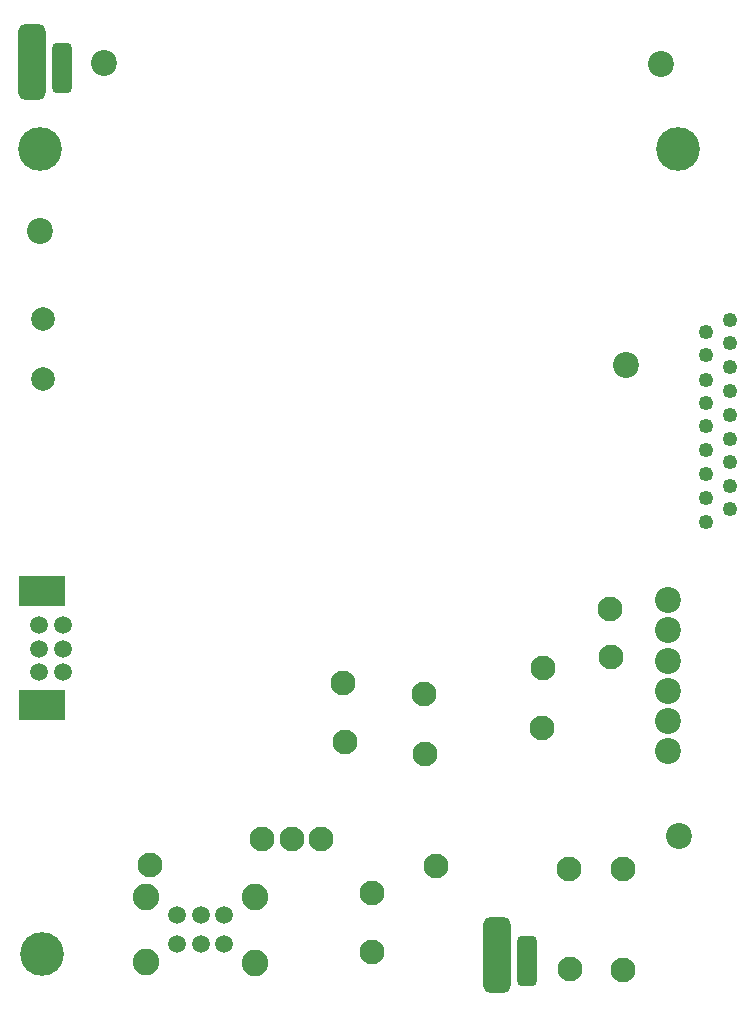
<source format=gbr>
%TF.GenerationSoftware,KiCad,Pcbnew,(6.0.2)*%
%TF.CreationDate,2022-09-26T21:45:02-05:00*%
%TF.ProjectId,IF-GBP-02,49462d47-4250-42d3-9032-2e6b69636164,rev?*%
%TF.SameCoordinates,Original*%
%TF.FileFunction,Soldermask,Bot*%
%TF.FilePolarity,Negative*%
%FSLAX46Y46*%
G04 Gerber Fmt 4.6, Leading zero omitted, Abs format (unit mm)*
G04 Created by KiCad (PCBNEW (6.0.2)) date 2022-09-26 21:45:02*
%MOMM*%
%LPD*%
G01*
G04 APERTURE LIST*
G04 Aperture macros list*
%AMRoundRect*
0 Rectangle with rounded corners*
0 $1 Rounding radius*
0 $2 $3 $4 $5 $6 $7 $8 $9 X,Y pos of 4 corners*
0 Add a 4 corners polygon primitive as box body*
4,1,4,$2,$3,$4,$5,$6,$7,$8,$9,$2,$3,0*
0 Add four circle primitives for the rounded corners*
1,1,$1+$1,$2,$3*
1,1,$1+$1,$4,$5*
1,1,$1+$1,$6,$7*
1,1,$1+$1,$8,$9*
0 Add four rect primitives between the rounded corners*
20,1,$1+$1,$2,$3,$4,$5,0*
20,1,$1+$1,$4,$5,$6,$7,0*
20,1,$1+$1,$6,$7,$8,$9,0*
20,1,$1+$1,$8,$9,$2,$3,0*%
G04 Aperture macros list end*
%ADD10RoundRect,0.575000X-0.575000X-2.650000X0.575000X-2.650000X0.575000X2.650000X-0.575000X2.650000X0*%
%ADD11RoundRect,0.425000X-0.425000X-1.700000X0.425000X-1.700000X0.425000X1.700000X-0.425000X1.700000X0*%
%ADD12C,3.700000*%
%ADD13C,2.200000*%
%ADD14C,2.100000*%
%ADD15C,1.500000*%
%ADD16C,2.250000*%
%ADD17C,2.000000*%
%ADD18C,1.250000*%
%ADD19R,4.000000X2.500000*%
G04 APERTURE END LIST*
D10*
%TO.C,J2*%
X162465000Y-138803000D03*
D11*
X165044000Y-139319000D03*
X125670000Y-63755000D03*
D10*
X123097000Y-63240000D03*
%TD*%
D12*
%TO.C,Hole4*%
X123828000Y-70550000D03*
%TD*%
%TO.C,Hole6*%
X123950000Y-138765000D03*
%TD*%
D13*
%TO.C,Hole7*%
X177860000Y-128756000D03*
%TD*%
D14*
%TO.C,L1*%
X156339000Y-116728000D03*
X156341000Y-121772000D03*
%TD*%
D13*
%TO.C,Hole1*%
X176349000Y-63395000D03*
%TD*%
D15*
%TO.C,SW2*%
X139395000Y-135468000D03*
X137412000Y-135470000D03*
X135389000Y-135469100D03*
X139397000Y-137889000D03*
X137411000Y-137889000D03*
X135389000Y-137889000D03*
D16*
X141976000Y-133921000D03*
X141977100Y-139473000D03*
X132768000Y-139440000D03*
X132768000Y-133879000D03*
%TD*%
D13*
%TO.C,Hole8*%
X173374000Y-88840000D03*
%TD*%
D12*
%TO.C,Hole2*%
X177793000Y-70570000D03*
%TD*%
D14*
%TO.C,F2*%
X157295000Y-131299000D03*
X133094000Y-131183000D03*
%TD*%
%TO.C,C2*%
X166340000Y-114564000D03*
X166300300Y-119602400D03*
%TD*%
D13*
%TO.C,CN1*%
X176950000Y-121545000D03*
X176953000Y-118997000D03*
X176947000Y-116460000D03*
X176949000Y-113921000D03*
X176944000Y-111342000D03*
X176946000Y-108795000D03*
%TD*%
D14*
%TO.C,Q1*%
X147562000Y-128995000D03*
X145105000Y-128999000D03*
X142606000Y-129001000D03*
%TD*%
%TO.C,C3*%
X149478000Y-115776000D03*
X149641000Y-120770000D03*
%TD*%
%TO.C,SW1*%
X173175000Y-140083000D03*
X173177000Y-131552000D03*
X168688000Y-140043000D03*
X168613000Y-131513000D03*
%TD*%
D13*
%TO.C,Hole5*%
X123801000Y-77549000D03*
%TD*%
D14*
%TO.C,L2*%
X172058000Y-109511000D03*
X172103000Y-113558000D03*
%TD*%
D13*
%TO.C,Hole3*%
X129237000Y-63320000D03*
%TD*%
D17*
%TO.C,LED1*%
X124038300Y-85023300D03*
X124074000Y-90026000D03*
%TD*%
D14*
%TO.C,C1*%
X151856000Y-133578000D03*
X151897700Y-138611300D03*
%TD*%
D18*
%TO.C,CN2*%
X182178000Y-85060500D03*
X180195000Y-86052700D03*
X182177000Y-87044000D03*
X180196000Y-88038000D03*
X182183000Y-89067000D03*
X180196000Y-90104000D03*
X182179000Y-91094000D03*
X180198000Y-92084000D03*
X182179000Y-93077000D03*
X180193000Y-94071000D03*
X182180000Y-95103000D03*
X180195000Y-96054000D03*
X182178000Y-97088000D03*
X180191000Y-98079000D03*
X182178000Y-99109000D03*
X180195000Y-100106000D03*
X182176000Y-101096000D03*
X180197000Y-102129000D03*
%TD*%
D15*
%TO.C,CN3*%
X125709000Y-110864000D03*
X123688000Y-110860000D03*
X125708000Y-112887000D03*
X123680000Y-112887000D03*
X125706000Y-114869000D03*
X123685000Y-114874000D03*
D19*
X123922000Y-108030000D03*
X123922000Y-117696000D03*
%TD*%
M02*

</source>
